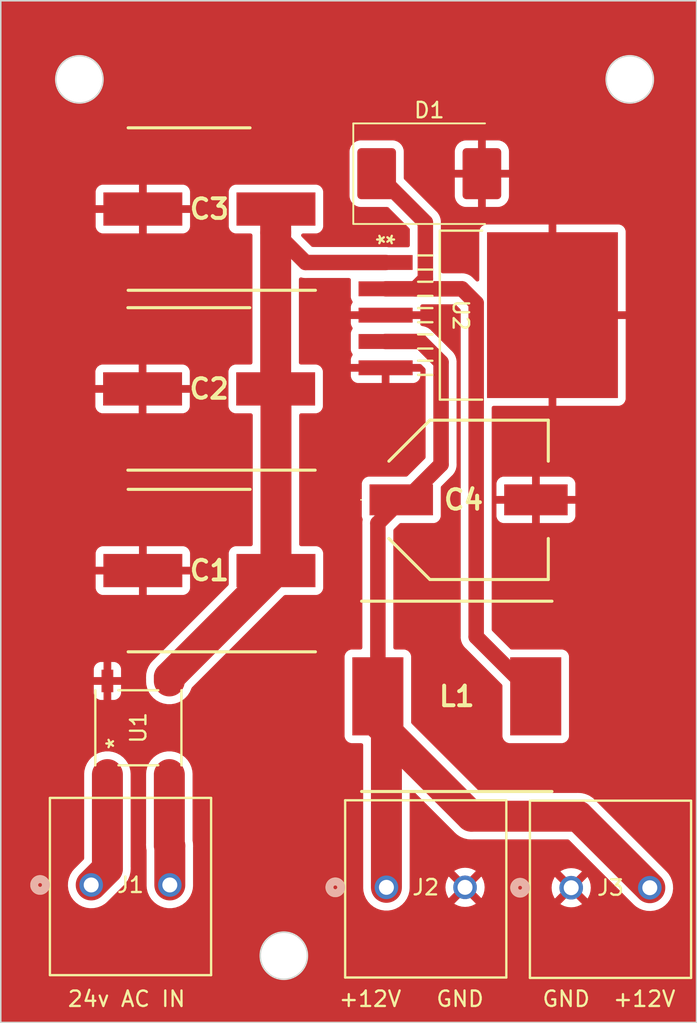
<source format=kicad_pcb>
(kicad_pcb (version 20221018) (generator pcbnew)
  (layers (0 "F.Cu" signal) (31 "B.Cu" signal) (34 "B.Paste" user) (35 "F.Paste" user) (36 "B.SilkS" user "B.Silkscreen") (37 "F.SilkS" user "F.Silkscreen") (38 "B.Mask" user) (39 "F.Mask" user) (44 "Edge.Cuts" user))
  (net 0 "")
  (net 1 "+24V UREG")
  (net 2 "GND")
  (net 3 "+12V")
  (net 4 "Net-(D1-K)")
  (net 5 "+24V AC2")
  (net 6 "+24V AC")
  (footprint "CTB0708-2:CONN-2X1_CTB0708&slash_2_CMD" (layer "F.Cu") (at 126.5174 113.183299)
    (fp_text reference "J2" (at 2.54 0 unlocked) (layer "F.SilkS"))
    (fp_text value "CTB0708/2")
    (fp_circle (center -3.302 0) (end -2.921 0) (stroke (width 0.508)) (fill none) (layer "B.SilkS"))
    (fp_line (start -2.667 -5.626999) (end -2.667 5.828401) (stroke (width 0.1524)) (layer "F.SilkS"))
    (fp_line (start -2.667 5.828401) (end 7.747 5.828401) (stroke (width 0.1524)) (layer "F.SilkS"))
    (fp_line (start 7.747 -5.626999) (end -2.667 -5.626999) (stroke (width 0.1524)) (layer "F.SilkS"))
    (fp_line (start 7.747 5.828401) (end 7.747 -5.626999) (stroke (width 0.1524)) (layer "F.SilkS"))
    (fp_circle (center -3.302 0) (end -2.921 0) (stroke (width 0.508)) (fill none) (layer "F.SilkS"))
    (pad "1" thru_hole circle (at 0 0) (size 1.524 1.524) (drill 0.9652) (layers "*.Cu" "*.Mask") (net 3 "+12V"))
    (pad "2" thru_hole circle (at 5.08 0) (size 1.524 1.524) (drill 0.9652) (layers "*.Cu" "*.Mask") (net 2 "GND"))
  )
  (footprint "SamacSys_Parts:CAPAE1050X1250N" (layer "F.Cu") (at 115.08 69.342 180)
    (fp_text reference "C3" (at 0 0) (layer "F.SilkS") (effects (font (size 1.27 1.27) (thickness 0.254))))
    (fp_text value "100uF" hide)
    (fp_line (start -6.85 -5.25) (end 5.25 -5.25) (stroke (width 0.2)) (layer "F.SilkS"))
    (fp_line (start -2.625 5.25) (end 5.25 5.25) (stroke (width 0.2)) (layer "F.SilkS"))
    (pad "1" smd rect (at -4.3 0 270) (size 2.15 5.1) (layers "F.Cu" "F.Paste" "F.Mask") (net 1 "+24V UREG"))
    (pad "2" smd rect (at 4.3 0 270) (size 2.15 5.1) (layers "F.Cu" "F.Paste" "F.Mask") (net 2 "GND"))
  )
  (footprint "CTB0708-2:CONN-2X1_CTB0708&slash_2_CMD" (layer "F.Cu") (at 138.4554 113.208699)
    (fp_text reference "J3" (at 2.54 0 unlocked) (layer "F.SilkS"))
    (fp_text value "CTB0708/2")
    (fp_circle (center -3.302 0) (end -2.921 0) (stroke (width 0.508)) (fill none) (layer "B.SilkS"))
    (fp_line (start -2.667 -5.626999) (end -2.667 5.828401) (stroke (width 0.1524)) (layer "F.SilkS"))
    (fp_line (start -2.667 5.828401) (end 7.747 5.828401) (stroke (width 0.1524)) (layer "F.SilkS"))
    (fp_line (start 7.747 -5.626999) (end -2.667 -5.626999) (stroke (width 0.1524)) (layer "F.SilkS"))
    (fp_line (start 7.747 5.828401) (end 7.747 -5.626999) (stroke (width 0.1524)) (layer "F.SilkS"))
    (fp_circle (center -3.302 0) (end -2.921 0) (stroke (width 0.508)) (fill none) (layer "F.SilkS"))
    (pad "1" thru_hole circle (at 0 0) (size 1.524 1.524) (drill 0.9652) (layers "*.Cu" "*.Mask") (net 2 "GND"))
    (pad "2" thru_hole circle (at 5.08 0) (size 1.524 1.524) (drill 0.9652) (layers "*.Cu" "*.Mask") (net 3 "+12V"))
  )
  (footprint "SamacSys_Parts:CAPAE1050X1250N" (layer "F.Cu") (at 115.08 92.71 180)
    (fp_text reference "C1" (at 0 0) (layer "F.SilkS") (effects (font (size 1.27 1.27) (thickness 0.254))))
    (fp_text value "100uF" hide)
    (fp_line (start -6.85 -5.25) (end 5.25 -5.25) (stroke (width 0.2)) (layer "F.SilkS"))
    (fp_line (start -2.625 5.25) (end 5.25 5.25) (stroke (width 0.2)) (layer "F.SilkS"))
    (pad "1" smd rect (at -4.3 0 270) (size 2.15 5.1) (layers "F.Cu" "F.Paste" "F.Mask") (net 1 "+24V UREG"))
    (pad "2" smd rect (at 4.3 0 270) (size 2.15 5.1) (layers "F.Cu" "F.Paste" "F.Mask") (net 2 "GND"))
  )
  (footprint "Diode_SMD:D_SMC" (layer "F.Cu") (at 129.286 67.056)
    (fp_text reference "D1" (at 0 -4.1) (layer "F.SilkS"))
    (fp_text value "B340")
    (fp_line (start -4.91 -3.25) (end 3.6 -3.25) (stroke (width 0.12)) (layer "F.SilkS"))
    (fp_line (start -4.91 3.25) (end -4.91 -3.25) (stroke (width 0.12)) (layer "F.SilkS"))
    (fp_line (start -4.91 3.25) (end 3.6 3.25) (stroke (width 0.12)) (layer "F.SilkS"))
    (pad "1" smd roundrect (at -3.4 0 90) (size 3.3 2.5) (layers "F.Cu" "F.Paste" "F.Mask") (roundrect_rratio 0.1) (net 4 "Net-(D1-K)"))
    (pad "2" smd roundrect (at 3.4 0 90) (size 3.3 2.5) (layers "F.Cu" "F.Paste" "F.Mask") (roundrect_rratio 0.1) (net 2 "GND"))
  )
  (footprint "SamacSys_Parts:INDPM123123X1020N" (layer "F.Cu") (at 131.064 100.838 180)
    (fp_text reference "L1" (at 0 0) (layer "F.SilkS") (effects (font (size 1.27 1.27) (thickness 0.254))))
    (fp_text value "MSS1210-334KED" hide)
    (fp_line (start -6.15 6.15) (end 6.15 6.15) (stroke (width 0.2)) (layer "F.SilkS"))
    (fp_line (start 6.15 -6.15) (end -6.15 -6.15) (stroke (width 0.2)) (layer "F.SilkS"))
    (pad "1" smd rect (at -5.1 0 180) (size 3.3 5.05) (layers "F.Cu" "F.Paste" "F.Mask") (net 4 "Net-(D1-K)"))
    (pad "2" smd rect (at 5.1 0 180) (size 3.3 5.05) (layers "F.Cu" "F.Paste" "F.Mask") (net 3 "+12V"))
  )
  (footprint "CTB0708-2:CONN-2X1_CTB0708&slash_2_CMD" (layer "F.Cu") (at 107.442 113.03)
    (fp_text reference "J1" (at 2.54 0 unlocked) (layer "F.SilkS"))
    (fp_text value "CTB0708/2")
    (fp_circle (center -3.302 0) (end -2.921 0) (stroke (width 0.508)) (fill none) (layer "B.SilkS"))
    (fp_line (start -2.667 -5.626999) (end -2.667 5.828401) (stroke (width 0.1524)) (layer "F.SilkS"))
    (fp_line (start -2.667 5.828401) (end 7.747 5.828401) (stroke (width 0.1524)) (layer "F.SilkS"))
    (fp_line (start 7.747 -5.626999) (end -2.667 -5.626999) (stroke (width 0.1524)) (layer "F.SilkS"))
    (fp_line (start 7.747 5.828401) (end 7.747 -5.626999) (stroke (width 0.1524)) (layer "F.SilkS"))
    (fp_circle (center -3.302 0) (end -2.921 0) (stroke (width 0.508)) (fill none) (layer "F.SilkS"))
    (pad "1" thru_hole circle (at 0 0) (size 1.524 1.524) (drill 0.9652) (layers "*.Cu" "*.Mask") (net 5 "+24V AC2"))
    (pad "2" thru_hole circle (at 5.08 0) (size 1.524 1.524) (drill 0.9652) (layers "*.Cu" "*.Mask") (net 6 "+24V AC"))
  )
  (footprint "SamacSys_Parts:CAPAE1050X1250N" (layer "F.Cu") (at 115.062 80.968 180)
    (fp_text reference "C2" (at 0 0) (layer "F.SilkS") (effects (font (size 1.27 1.27) (thickness 0.254))))
    (fp_text value "100uF" hide)
    (fp_line (start -6.85 -5.25) (end 5.25 -5.25) (stroke (width 0.2)) (layer "F.SilkS"))
    (fp_line (start -2.625 5.25) (end 5.25 5.25) (stroke (width 0.2)) (layer "F.SilkS"))
    (pad "1" smd rect (at -4.3 0 270) (size 2.15 5.1) (layers "F.Cu" "F.Paste" "F.Mask") (net 1 "+24V UREG"))
    (pad "2" smd rect (at 4.3 0 270) (size 2.15 5.1) (layers "F.Cu" "F.Paste" "F.Mask") (net 2 "GND"))
  )
  (footprint "ABS210-13:SON_S210-13_DIO" (layer "F.Cu") (at 110.49 102.87 90)
    (fp_text reference "U1" (at 0 0 90 unlocked) (layer "F.SilkS"))
    (fp_text value "ABS210-13")
    (fp_text user "*" (at -1.016 -1.524 90) (layer "F.SilkS"))
    (fp_line (start -2.4257 -1.286661) (end -2.4257 1.286661) (stroke (width 0.1524)) (layer "F.SilkS"))
    (fp_line (start -2.4257 2.7813) (end 2.4257 2.7813) (stroke (width 0.1524)) (layer "F.SilkS"))
    (fp_line (start 2.4257 -2.7813) (end -2.4257 -2.7813) (stroke (width 0.1524)) (layer "F.SilkS"))
    (fp_line (start 2.4257 1.286661) (end 2.4257 -1.286661) (stroke (width 0.1524)) (layer "F.SilkS"))
    (pad "1" smd rect (at 3.026148 2.000001 90) (size 1.454899 0.7612) (layers "F.Cu" "F.Paste" "F.Mask") (net 1 "+24V UREG"))
    (pad "2" smd rect (at -3.026148 2.000001 90) (size 1.454899 0.7612) (layers "F.Cu" "F.Paste" "F.Mask") (net 6 "+24V AC"))
    (pad "3" smd rect (at 3.026148 -2.000001 90) (size 1.454899 0.7612) (layers "F.Cu" "F.Paste" "F.Mask") (net 2 "GND"))
    (pad "4" smd rect (at -3.026148 -2.000001 90) (size 1.454899 0.7612) (layers "F.Cu" "F.Paste" "F.Mask") (net 5 "+24V AC2"))
  )
  (footprint "LM2576-12WU:TO-263-5_U_MCH" (layer "F.Cu") (at 134.6807 76.2 -90)
    (fp_text reference "U2" (at 0 3.3627 -90 unlocked) (layer "F.SilkS"))
    (fp_text value "LM2576-12WU")
    (fp_text user "*" (at -4.8895 8.2169 90) (layer "F.SilkS"))
    (fp_text user "*" (at -4.8895 8.2169 -90 unlocked) (layer "F.SilkS"))
    (fp_line (start -5.461 1.980549) (end -5.461 4.7117) (stroke (width 0.1524)) (layer "F.SilkS"))
    (fp_line (start -5.461 4.7117) (end 5.461 4.7117) (stroke (width 0.1524)) (layer "F.SilkS"))
    (fp_line (start -3.8608 5.1943) (end -3.8608 6.114301) (stroke (width 0.1524)) (layer "F.SilkS"))
    (fp_line (start -2.9464 5.1943) (end -2.9464 6.114301) (stroke (width 0.1524)) (layer "F.SilkS"))
    (fp_line (start -2.159 5.1943) (end -2.159 6.114301) (stroke (width 0.1524)) (layer "F.SilkS"))
    (fp_line (start -1.2446 5.1943) (end -1.2446 6.114301) (stroke (width 0.1524)) (layer "F.SilkS"))
    (fp_line (start -0.4572 5.1943) (end -0.4572 6.114301) (stroke (width 0.1524)) (layer "F.SilkS"))
    (fp_line (start 0.4572 5.1943) (end 0.4572 6.114301) (stroke (width 0.1524)) (layer "F.SilkS"))
    (fp_line (start 1.2446 5.1943) (end 1.2446 6.114301) (stroke (width 0.1524)) (layer "F.SilkS"))
    (fp_line (start 2.159 5.1943) (end 2.159 6.114301) (stroke (width 0.1524)) (layer "F.SilkS"))
    (fp_line (start 2.9464 5.1943) (end 2.9464 6.114301) (stroke (width 0.1524)) (layer "F.SilkS"))
    (fp_line (start 3.8608 5.1943) (end 3.8608 6.114301) (stroke (width 0.1524)) (layer "F.SilkS"))
    (fp_line (start 5.461 4.7117) (end 5.461 1.980549) (stroke (width 0.1524)) (layer "F.SilkS"))
    (pad "1" smd rect (at -3.4036 8.2169 270) (size 0.9644 3.493999) (layers "F.Cu" "F.Paste" "F.Mask") (net 1 "+24V UREG"))
    (pad "2" smd rect (at -1.7018 8.2169 270) (size 0.9644 3.493999) (layers "F.Cu" "F.Paste" "F.Mask") (net 4 "Net-(D1-K)"))
    (pad "3" smd rect (at 0 8.2169 270) (size 0.9644 3.493999) (layers "F.Cu" "F.Paste" "F.Mask") (net 2 "GND"))
    (pad "4" smd rect (at 1.7018 8.2169 270) (size 0.9644 3.493999) (layers "F.Cu" "F.Paste" "F.Mask") (net 3 "+12V"))
    (pad "5" smd rect (at 3.4036 8.2169 270) (size 0.9644 3.493999) (layers "F.Cu" "F.Paste" "F.Mask") (net 2 "GND"))
    (pad "6" smd rect (at 0 -2.5654 270) (size 10.7188 8.4582) (layers "F.Cu" "F.Paste" "F.Mask") (net 2 "GND"))
  )
  (footprint "SamacSys_Parts:EEE0JA152UAP" (layer "F.Cu") (at 131.826 88.138)
    (fp_text reference "C4" (at -0.325 0) (layer "F.SilkS") (effects (font (size 1.27 1.27) (thickness 0.254))))
    (fp_text value "220uF" hide)
    (fp_line (start -6.975 0) (end -6.975 0) (stroke (width 0.05)) (layer "F.SilkS"))
    (fp_line (start -6.925 0) (end -6.925 0) (stroke (width 0.05)) (layer "F.SilkS"))
    (fp_line (start -5.15 -2.5) (end -2.5 -5.15) (stroke (width 0.2)) (layer "F.SilkS"))
    (fp_line (start -5.15 2.5) (end -2.5 5.15) (stroke (width 0.2)) (layer "F.SilkS"))
    (fp_line (start -2.5 -5.15) (end 5.15 -5.15) (stroke (width 0.2)) (layer "F.SilkS"))
    (fp_line (start -2.5 5.15) (end 5.15 5.15) (stroke (width 0.2)) (layer "F.SilkS"))
    (fp_line (start 5.15 -5.15) (end 5.15 -2.5) (stroke (width 0.2)) (layer "F.SilkS"))
    (fp_line (start 5.15 5.15) (end 5.15 2.5) (stroke (width 0.2)) (layer "F.SilkS"))
    (fp_arc (start -6.975 0) (mid -6.95 -0.025) (end -6.925 0) (stroke (width 0.05)) (layer "F.SilkS"))
    (fp_arc (start -6.925 0) (mid -6.95 0.025) (end -6.975 0) (stroke (width 0.05)) (layer "F.SilkS"))
    (pad "1" smd rect (at -4.35 0 90) (size 2 4.1) (layers "F.Cu" "F.Paste" "F.Mask") (net 3 "+12V"))
    (pad "2" smd rect (at 4.35 0 90) (size 2 4.1) (layers "F.Cu" "F.Paste" "F.Mask") (net 2 "GND"))
  )
  (gr_rect (start 101.6 55.88) (end 146.558 121.92) (stroke (width 0.1)) (fill none) (layer "Edge.Cuts"))
  (gr_circle (center 106.68 60.96) (end 105.156 60.96) (stroke (width 0.1)) (fill none) (layer "Edge.Cuts"))
  (gr_circle (center 142.24 60.96) (end 143.764 60.96) (stroke (width 0.1)) (fill none) (layer "Edge.Cuts"))
  (gr_circle (center 119.888 117.602) (end 119.888 119.126) (stroke (width 0.1)) (fill none) (layer "Edge.Cuts"))
  (gr_text "+12V   GND     GND  +12V" (at 123.3678 120.9802) (layer "F.SilkS") (effects (font (size 1 1)) (justify left bottom)))
  (gr_text "24v AC IN" (at 109.728 120.9802) (layer "F.SilkS") (effects (font (size 1 1)) (justify bottom)))
  (segment (start 119.38 80.986) (end 119.362 80.968) (width 2) (layer "F.Cu") (net 1))
  (segment (start 119.362 70.866) (end 119.362 69.36) (width 2) (layer "F.Cu") (net 1))
  (segment (start 112.490001 99.599999) (end 119.38 92.71) (width 2) (layer "F.Cu") (net 1))
  (segment (start 126.4638 72.7964) (end 121.2924 72.7964) (width 1) (layer "F.Cu") (net 1))
  (segment (start 112.490001 99.843852) (end 112.490001 99.599999) (width 2) (layer "F.Cu") (net 1))
  (segment (start 121.2924 72.7964) (end 119.362 70.866) (width 1) (layer "F.Cu") (net 1))
  (segment (start 119.362 80.968) (end 119.362 70.866) (width 2) (layer "F.Cu") (net 1))
  (segment (start 119.362 69.36) (end 119.38 69.342) (width 2) (layer "F.Cu") (net 1))
  (segment (start 119.38 92.71) (end 119.38 80.986) (width 2) (layer "F.Cu") (net 1))
  (segment (start 125.964 89.65) (end 127.476 88.138) (width 1) (layer "F.Cu") (net 3))
  (segment (start 127.762 88.138) (end 127.476 88.138) (width 1) (layer "F.Cu") (net 3))
  (segment (start 128.7018 77.9018) (end 130.048 79.248) (width 1) (layer "F.Cu") (net 3))
  (segment (start 138.911701 108.585) (end 132.0038 108.585) (width 2) (layer "F.Cu") (net 3))
  (segment (start 126.4638 77.9018) (end 128.7018 77.9018) (width 1) (layer "F.Cu") (net 3))
  (segment (start 130.048 79.248) (end 130.048 85.852) (width 1) (layer "F.Cu") (net 3))
  (segment (start 126.5174 113.183299) (end 126.5174 101.3914) (width 2) (layer "F.Cu") (net 3))
  (segment (start 125.964 102.5452) (end 125.964 100.838) (width 2) (layer "F.Cu") (net 3))
  (segment (start 143.5354 113.208699) (end 138.911701 108.585) (width 2) (layer "F.Cu") (net 3))
  (segment (start 132.0038 108.585) (end 125.964 102.5452) (width 2) (layer "F.Cu") (net 3))
  (segment (start 130.048 85.852) (end 127.762 88.138) (width 1) (layer "F.Cu") (net 3))
  (segment (start 126.5174 101.3914) (end 125.964 100.838) (width 2) (layer "F.Cu") (net 3))
  (segment (start 125.964 100.838) (end 125.964 89.65) (width 1) (layer "F.Cu") (net 3))
  (segment (start 132.317 75.421) (end 132.317 96.991) (width 1) (layer "F.Cu") (net 4))
  (segment (start 132.317 96.991) (end 136.164 100.838) (width 1) (layer "F.Cu") (net 4))
  (segment (start 131.3942 74.4982) (end 132.317 75.421) (width 1) (layer "F.Cu") (net 4))
  (segment (start 126.4638 74.4982) (end 128.391199 74.4982) (width 1) (layer "F.Cu") (net 4))
  (segment (start 129.032 70.202) (end 125.886 67.056) (width 1) (layer "F.Cu") (net 4))
  (segment (start 129.032 73.857399) (end 129.032 70.202) (width 1) (layer "F.Cu") (net 4))
  (segment (start 128.391199 74.4982) (end 131.3942 74.4982) (width 1) (layer "F.Cu") (net 4))
  (segment (start 128.391199 74.4982) (end 129.032 73.857399) (width 1) (layer "F.Cu") (net 4))
  (segment (start 108.489999 105.896148) (end 108.489999 111.982001) (width 2) (layer "F.Cu") (net 5))
  (segment (start 108.489999 111.982001) (end 107.442 113.03) (width 2) (layer "F.Cu") (net 5))
  (segment (start 112.490001 110.458001) (end 112.522 110.49) (width 2) (layer "F.Cu") (net 6))
  (segment (start 112.490001 105.896148) (end 112.490001 110.458001) (width 2) (layer "F.Cu") (net 6))
  (segment (start 112.522 110.49) (end 112.522 113.03) (width 2) (layer "F.Cu") (net 6))
  (zone (net 2) (net_name "GND") (layer "F.Cu") (connect_pads (clearance 0.5)) (min_thickness 0.25) (fill yes (thermal_gap 0.5) (thermal_bridge_width 0.5))
    (polygon (pts (xy 101.6 121.92) (xy 101.6 55.88) (xy 146.558 55.88) (xy 146.558 121.92)))
  )
)
</source>
